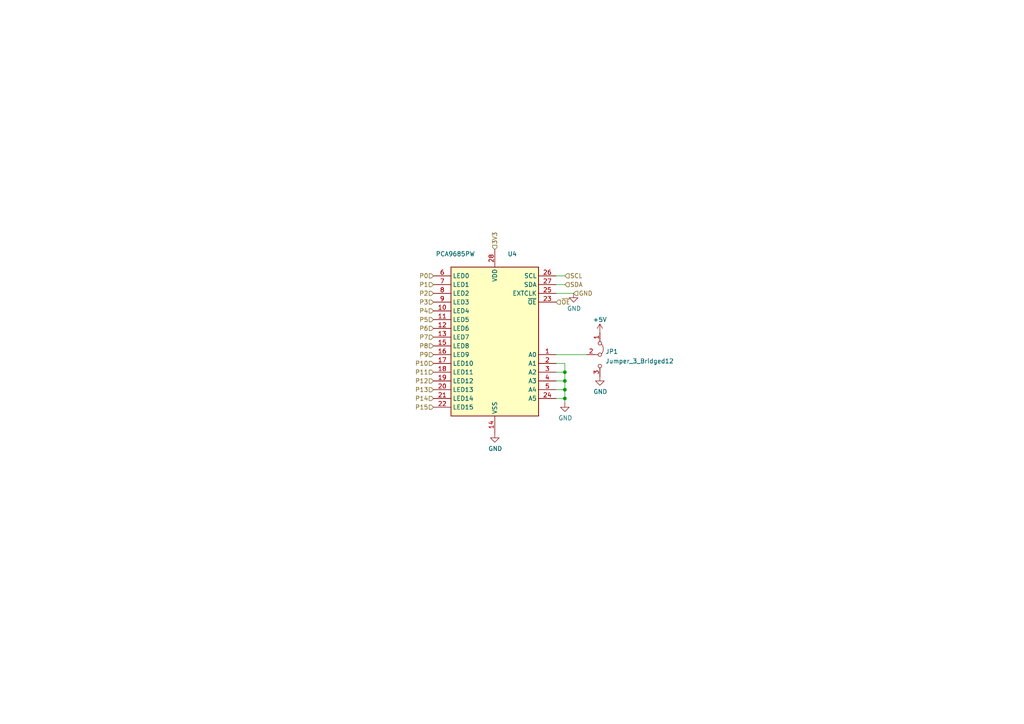
<source format=kicad_sch>
(kicad_sch (version 20211123) (generator eeschema)

  (uuid 1d1a7683-c090-4798-9b40-7ed0d9f3ce3b)

  (paper "A4")

  (lib_symbols
    (symbol "Driver_LED:PCA9685PW" (in_bom yes) (on_board yes)
      (property "Reference" "U" (id 0) (at -12.7 22.225 0)
        (effects (font (size 1.27 1.27)) (justify left))
      )
      (property "Value" "PCA9685PW" (id 1) (at 1.27 22.225 0)
        (effects (font (size 1.27 1.27)) (justify left))
      )
      (property "Footprint" "Package_SO:TSSOP-28_4.4x9.7mm_P0.65mm" (id 2) (at 0.635 -24.765 0)
        (effects (font (size 1.27 1.27)) (justify left) hide)
      )
      (property "Datasheet" "http://www.nxp.com/documents/data_sheet/PCA9685.pdf" (id 3) (at -10.16 17.78 0)
        (effects (font (size 1.27 1.27)) hide)
      )
      (property "ki_keywords" "PWM LED driver I2C TSSOP" (id 4) (at 0 0 0)
        (effects (font (size 1.27 1.27)) hide)
      )
      (property "ki_description" "16-channel 12-bit PWM Fm+ I2C-bus LED controller RGBA TSSOP" (id 5) (at 0 0 0)
        (effects (font (size 1.27 1.27)) hide)
      )
      (property "ki_fp_filters" "TSSOP*4.4x9.7mm*P0.65mm*" (id 6) (at 0 0 0)
        (effects (font (size 1.27 1.27)) hide)
      )
      (symbol "PCA9685PW_0_1"
        (rectangle (start -12.7 20.32) (end 12.7 -22.86)
          (stroke (width 0.254) (type default) (color 0 0 0 0))
          (fill (type background))
        )
      )
      (symbol "PCA9685PW_1_1"
        (pin input line (at -17.78 -5.08 0) (length 5.08)
          (name "A0" (effects (font (size 1.27 1.27))))
          (number "1" (effects (font (size 1.27 1.27))))
        )
        (pin output line (at 17.78 7.62 180) (length 5.08)
          (name "LED4" (effects (font (size 1.27 1.27))))
          (number "10" (effects (font (size 1.27 1.27))))
        )
        (pin output line (at 17.78 5.08 180) (length 5.08)
          (name "LED5" (effects (font (size 1.27 1.27))))
          (number "11" (effects (font (size 1.27 1.27))))
        )
        (pin output line (at 17.78 2.54 180) (length 5.08)
          (name "LED6" (effects (font (size 1.27 1.27))))
          (number "12" (effects (font (size 1.27 1.27))))
        )
        (pin output line (at 17.78 0 180) (length 5.08)
          (name "LED7" (effects (font (size 1.27 1.27))))
          (number "13" (effects (font (size 1.27 1.27))))
        )
        (pin power_in line (at 0 -27.94 90) (length 5.08)
          (name "VSS" (effects (font (size 1.27 1.27))))
          (number "14" (effects (font (size 1.27 1.27))))
        )
        (pin output line (at 17.78 -2.54 180) (length 5.08)
          (name "LED8" (effects (font (size 1.27 1.27))))
          (number "15" (effects (font (size 1.27 1.27))))
        )
        (pin output line (at 17.78 -5.08 180) (length 5.08)
          (name "LED9" (effects (font (size 1.27 1.27))))
          (number "16" (effects (font (size 1.27 1.27))))
        )
        (pin output line (at 17.78 -7.62 180) (length 5.08)
          (name "LED10" (effects (font (size 1.27 1.27))))
          (number "17" (effects (font (size 1.27 1.27))))
        )
        (pin output line (at 17.78 -10.16 180) (length 5.08)
          (name "LED11" (effects (font (size 1.27 1.27))))
          (number "18" (effects (font (size 1.27 1.27))))
        )
        (pin output line (at 17.78 -12.7 180) (length 5.08)
          (name "LED12" (effects (font (size 1.27 1.27))))
          (number "19" (effects (font (size 1.27 1.27))))
        )
        (pin input line (at -17.78 -7.62 0) (length 5.08)
          (name "A1" (effects (font (size 1.27 1.27))))
          (number "2" (effects (font (size 1.27 1.27))))
        )
        (pin output line (at 17.78 -15.24 180) (length 5.08)
          (name "LED13" (effects (font (size 1.27 1.27))))
          (number "20" (effects (font (size 1.27 1.27))))
        )
        (pin output line (at 17.78 -17.78 180) (length 5.08)
          (name "LED14" (effects (font (size 1.27 1.27))))
          (number "21" (effects (font (size 1.27 1.27))))
        )
        (pin output line (at 17.78 -20.32 180) (length 5.08)
          (name "LED15" (effects (font (size 1.27 1.27))))
          (number "22" (effects (font (size 1.27 1.27))))
        )
        (pin input line (at -17.78 10.16 0) (length 5.08)
          (name "~{OE}" (effects (font (size 1.27 1.27))))
          (number "23" (effects (font (size 1.27 1.27))))
        )
        (pin input line (at -17.78 -17.78 0) (length 5.08)
          (name "A5" (effects (font (size 1.27 1.27))))
          (number "24" (effects (font (size 1.27 1.27))))
        )
        (pin input line (at -17.78 12.7 0) (length 5.08)
          (name "EXTCLK" (effects (font (size 1.27 1.27))))
          (number "25" (effects (font (size 1.27 1.27))))
        )
        (pin input line (at -17.78 17.78 0) (length 5.08)
          (name "SCL" (effects (font (size 1.27 1.27))))
          (number "26" (effects (font (size 1.27 1.27))))
        )
        (pin bidirectional line (at -17.78 15.24 0) (length 5.08)
          (name "SDA" (effects (font (size 1.27 1.27))))
          (number "27" (effects (font (size 1.27 1.27))))
        )
        (pin power_in line (at 0 25.4 270) (length 5.08)
          (name "VDD" (effects (font (size 1.27 1.27))))
          (number "28" (effects (font (size 1.27 1.27))))
        )
        (pin input line (at -17.78 -10.16 0) (length 5.08)
          (name "A2" (effects (font (size 1.27 1.27))))
          (number "3" (effects (font (size 1.27 1.27))))
        )
        (pin input line (at -17.78 -12.7 0) (length 5.08)
          (name "A3" (effects (font (size 1.27 1.27))))
          (number "4" (effects (font (size 1.27 1.27))))
        )
        (pin input line (at -17.78 -15.24 0) (length 5.08)
          (name "A4" (effects (font (size 1.27 1.27))))
          (number "5" (effects (font (size 1.27 1.27))))
        )
        (pin output line (at 17.78 17.78 180) (length 5.08)
          (name "LED0" (effects (font (size 1.27 1.27))))
          (number "6" (effects (font (size 1.27 1.27))))
        )
        (pin output line (at 17.78 15.24 180) (length 5.08)
          (name "LED1" (effects (font (size 1.27 1.27))))
          (number "7" (effects (font (size 1.27 1.27))))
        )
        (pin output line (at 17.78 12.7 180) (length 5.08)
          (name "LED2" (effects (font (size 1.27 1.27))))
          (number "8" (effects (font (size 1.27 1.27))))
        )
        (pin output line (at 17.78 10.16 180) (length 5.08)
          (name "LED3" (effects (font (size 1.27 1.27))))
          (number "9" (effects (font (size 1.27 1.27))))
        )
      )
    )
    (symbol "Jumper:Jumper_3_Bridged12" (pin_names (offset 0) hide) (in_bom yes) (on_board yes)
      (property "Reference" "JP" (id 0) (at -2.54 -2.54 0)
        (effects (font (size 1.27 1.27)))
      )
      (property "Value" "Jumper_3_Bridged12" (id 1) (at 0 2.794 0)
        (effects (font (size 1.27 1.27)))
      )
      (property "Footprint" "" (id 2) (at 0 0 0)
        (effects (font (size 1.27 1.27)) hide)
      )
      (property "Datasheet" "~" (id 3) (at 0 0 0)
        (effects (font (size 1.27 1.27)) hide)
      )
      (property "ki_keywords" "Jumper SPDT" (id 4) (at 0 0 0)
        (effects (font (size 1.27 1.27)) hide)
      )
      (property "ki_description" "Jumper, 3-pole, pins 1+2 closed/bridged" (id 5) (at 0 0 0)
        (effects (font (size 1.27 1.27)) hide)
      )
      (property "ki_fp_filters" "Jumper* TestPoint*3Pads* TestPoint*Bridge*" (id 6) (at 0 0 0)
        (effects (font (size 1.27 1.27)) hide)
      )
      (symbol "Jumper_3_Bridged12_0_0"
        (circle (center -3.302 0) (radius 0.508)
          (stroke (width 0) (type default) (color 0 0 0 0))
          (fill (type none))
        )
        (circle (center 0 0) (radius 0.508)
          (stroke (width 0) (type default) (color 0 0 0 0))
          (fill (type none))
        )
        (circle (center 3.302 0) (radius 0.508)
          (stroke (width 0) (type default) (color 0 0 0 0))
          (fill (type none))
        )
      )
      (symbol "Jumper_3_Bridged12_0_1"
        (arc (start -0.254 0.508) (mid -1.651 0.9912) (end -3.048 0.508)
          (stroke (width 0) (type default) (color 0 0 0 0))
          (fill (type none))
        )
        (polyline
          (pts
            (xy 0 -1.27)
            (xy 0 -0.508)
          )
          (stroke (width 0) (type default) (color 0 0 0 0))
          (fill (type none))
        )
      )
      (symbol "Jumper_3_Bridged12_1_1"
        (pin passive line (at -6.35 0 0) (length 2.54)
          (name "A" (effects (font (size 1.27 1.27))))
          (number "1" (effects (font (size 1.27 1.27))))
        )
        (pin input line (at 0 -3.81 90) (length 2.54)
          (name "C" (effects (font (size 1.27 1.27))))
          (number "2" (effects (font (size 1.27 1.27))))
        )
        (pin passive line (at 6.35 0 180) (length 2.54)
          (name "B" (effects (font (size 1.27 1.27))))
          (number "3" (effects (font (size 1.27 1.27))))
        )
      )
    )
    (symbol "power:+5V" (power) (pin_names (offset 0)) (in_bom yes) (on_board yes)
      (property "Reference" "#PWR" (id 0) (at 0 -3.81 0)
        (effects (font (size 1.27 1.27)) hide)
      )
      (property "Value" "+5V" (id 1) (at 0 3.556 0)
        (effects (font (size 1.27 1.27)))
      )
      (property "Footprint" "" (id 2) (at 0 0 0)
        (effects (font (size 1.27 1.27)) hide)
      )
      (property "Datasheet" "" (id 3) (at 0 0 0)
        (effects (font (size 1.27 1.27)) hide)
      )
      (property "ki_keywords" "power-flag" (id 4) (at 0 0 0)
        (effects (font (size 1.27 1.27)) hide)
      )
      (property "ki_description" "Power symbol creates a global label with name \"+5V\"" (id 5) (at 0 0 0)
        (effects (font (size 1.27 1.27)) hide)
      )
      (symbol "+5V_0_1"
        (polyline
          (pts
            (xy -0.762 1.27)
            (xy 0 2.54)
          )
          (stroke (width 0) (type default) (color 0 0 0 0))
          (fill (type none))
        )
        (polyline
          (pts
            (xy 0 0)
            (xy 0 2.54)
          )
          (stroke (width 0) (type default) (color 0 0 0 0))
          (fill (type none))
        )
        (polyline
          (pts
            (xy 0 2.54)
            (xy 0.762 1.27)
          )
          (stroke (width 0) (type default) (color 0 0 0 0))
          (fill (type none))
        )
      )
      (symbol "+5V_1_1"
        (pin power_in line (at 0 0 90) (length 0) hide
          (name "+5V" (effects (font (size 1.27 1.27))))
          (number "1" (effects (font (size 1.27 1.27))))
        )
      )
    )
    (symbol "power:GND" (power) (pin_names (offset 0)) (in_bom yes) (on_board yes)
      (property "Reference" "#PWR" (id 0) (at 0 -6.35 0)
        (effects (font (size 1.27 1.27)) hide)
      )
      (property "Value" "GND" (id 1) (at 0 -3.81 0)
        (effects (font (size 1.27 1.27)))
      )
      (property "Footprint" "" (id 2) (at 0 0 0)
        (effects (font (size 1.27 1.27)) hide)
      )
      (property "Datasheet" "" (id 3) (at 0 0 0)
        (effects (font (size 1.27 1.27)) hide)
      )
      (property "ki_keywords" "power-flag" (id 4) (at 0 0 0)
        (effects (font (size 1.27 1.27)) hide)
      )
      (property "ki_description" "Power symbol creates a global label with name \"GND\" , ground" (id 5) (at 0 0 0)
        (effects (font (size 1.27 1.27)) hide)
      )
      (symbol "GND_0_1"
        (polyline
          (pts
            (xy 0 0)
            (xy 0 -1.27)
            (xy 1.27 -1.27)
            (xy 0 -2.54)
            (xy -1.27 -1.27)
            (xy 0 -1.27)
          )
          (stroke (width 0) (type default) (color 0 0 0 0))
          (fill (type none))
        )
      )
      (symbol "GND_1_1"
        (pin power_in line (at 0 0 270) (length 0) hide
          (name "GND" (effects (font (size 1.27 1.27))))
          (number "1" (effects (font (size 1.27 1.27))))
        )
      )
    )
  )


  (junction (at 163.83 110.49) (diameter 0) (color 0 0 0 0)
    (uuid 100847e3-630c-4c13-ba45-180e92370805)
  )
  (junction (at 163.83 113.03) (diameter 0) (color 0 0 0 0)
    (uuid 25625d99-d45f-4b2f-9e62-009a122611f4)
  )
  (junction (at 163.83 115.57) (diameter 0) (color 0 0 0 0)
    (uuid 44e77d57-d16f-4723-a95f-1ac45276c458)
  )
  (junction (at 163.83 107.95) (diameter 0) (color 0 0 0 0)
    (uuid 554a73e6-f4b4-4b8c-8d85-9b255ae01cce)
  )

  (wire (pts (xy 163.83 80.01) (xy 161.29 80.01))
    (stroke (width 0) (type default) (color 0 0 0 0))
    (uuid 278deae2-fb37-4957-b2cb-afac30cacb12)
  )
  (wire (pts (xy 161.29 102.87) (xy 170.18 102.87))
    (stroke (width 0) (type default) (color 0 0 0 0))
    (uuid 4c6a1dad-7acf-4a52-99b0-316025d1ab04)
  )
  (wire (pts (xy 163.83 113.03) (xy 163.83 115.57))
    (stroke (width 0) (type default) (color 0 0 0 0))
    (uuid 5626e5e1-59f4-4773-828e-16057ddc3518)
  )
  (wire (pts (xy 161.29 113.03) (xy 163.83 113.03))
    (stroke (width 0) (type default) (color 0 0 0 0))
    (uuid 7700fef1-de5b-4197-be2d-18385e1e18f9)
  )
  (wire (pts (xy 163.83 107.95) (xy 163.83 110.49))
    (stroke (width 0) (type default) (color 0 0 0 0))
    (uuid 9819e660-f98c-4596-b891-0a3712c9697e)
  )
  (wire (pts (xy 163.83 105.41) (xy 163.83 107.95))
    (stroke (width 0) (type default) (color 0 0 0 0))
    (uuid 9e70a954-998b-459a-8513-48ad91875106)
  )
  (wire (pts (xy 161.29 105.41) (xy 163.83 105.41))
    (stroke (width 0) (type default) (color 0 0 0 0))
    (uuid a43f2e19-4e11-4e86-a12a-58a691d6df28)
  )
  (wire (pts (xy 163.83 82.55) (xy 161.29 82.55))
    (stroke (width 0) (type default) (color 0 0 0 0))
    (uuid b4fbe1fb-a9a3-4020-9a82-d3fa1900cd85)
  )
  (wire (pts (xy 161.29 110.49) (xy 163.83 110.49))
    (stroke (width 0) (type default) (color 0 0 0 0))
    (uuid bcfbc157-43ce-49f7-bd18-6a9e2f2f30a3)
  )
  (wire (pts (xy 161.29 107.95) (xy 163.83 107.95))
    (stroke (width 0) (type default) (color 0 0 0 0))
    (uuid d23840a6-3c61-45ca-968a-bc57332fd7a4)
  )
  (wire (pts (xy 161.29 115.57) (xy 163.83 115.57))
    (stroke (width 0) (type default) (color 0 0 0 0))
    (uuid f2c43eeb-76da-49f4-b8e6-cd74ebb3190b)
  )
  (wire (pts (xy 163.83 115.57) (xy 163.83 116.84))
    (stroke (width 0) (type default) (color 0 0 0 0))
    (uuid f87a4771-a0a7-489f-9d85-4574dbea71cc)
  )
  (wire (pts (xy 163.83 110.49) (xy 163.83 113.03))
    (stroke (width 0) (type default) (color 0 0 0 0))
    (uuid f931f973-5615-451c-bb04-9a02aede6e6f)
  )
  (wire (pts (xy 161.29 85.09) (xy 166.37 85.09))
    (stroke (width 0) (type default) (color 0 0 0 0))
    (uuid fe9bdc33-eab1-4bdc-9603-57decb38d2a2)
  )

  (hierarchical_label "P11" (shape input) (at 125.73 107.95 180)
    (effects (font (size 1.27 1.27)) (justify right))
    (uuid 056788ec-4ecf-4826-b996-bd884a6442a0)
  )
  (hierarchical_label "~{OE}" (shape input) (at 161.29 87.63 0)
    (effects (font (size 1.27 1.27)) (justify left))
    (uuid 31070a40-077c-4123-96dd-e39f8a0007ce)
  )
  (hierarchical_label "P2" (shape input) (at 125.73 85.09 180)
    (effects (font (size 1.27 1.27)) (justify right))
    (uuid 3e011a46-81bd-4ecd-b93e-57dffb1143e5)
  )
  (hierarchical_label "P3" (shape input) (at 125.73 87.63 180)
    (effects (font (size 1.27 1.27)) (justify right))
    (uuid 4198eb99-d244-457e-8768-395280df1a66)
  )
  (hierarchical_label "P8" (shape input) (at 125.73 100.33 180)
    (effects (font (size 1.27 1.27)) (justify right))
    (uuid 4b042b6c-c042-4cf1-ba6e-bd77c51dbedb)
  )
  (hierarchical_label "P7" (shape input) (at 125.73 97.79 180)
    (effects (font (size 1.27 1.27)) (justify right))
    (uuid 53ae21b8-f187-4817-8c27-1f06278d249b)
  )
  (hierarchical_label "P5" (shape input) (at 125.73 92.71 180)
    (effects (font (size 1.27 1.27)) (justify right))
    (uuid 586ec748-563a-478a-82db-706fb951336a)
  )
  (hierarchical_label "P14" (shape input) (at 125.73 115.57 180)
    (effects (font (size 1.27 1.27)) (justify right))
    (uuid 792ace59-9f73-49b7-92df-01568ab2b00b)
  )
  (hierarchical_label "P6" (shape input) (at 125.73 95.25 180)
    (effects (font (size 1.27 1.27)) (justify right))
    (uuid 83d85a81-e014-4ee9-9433-a9a045c80893)
  )
  (hierarchical_label "3V3" (shape input) (at 143.51 72.39 90)
    (effects (font (size 1.27 1.27)) (justify left))
    (uuid 8fbab3d0-cb5e-47c7-8764-6fa3c0e4e5f7)
  )
  (hierarchical_label "P15" (shape input) (at 125.73 118.11 180)
    (effects (font (size 1.27 1.27)) (justify right))
    (uuid 900cb6c8-1d05-4537-a4f0-9a7cc1a2ea1c)
  )
  (hierarchical_label "P10" (shape input) (at 125.73 105.41 180)
    (effects (font (size 1.27 1.27)) (justify right))
    (uuid 90f2ca05-313f-4af8-87b1-a8109224a221)
  )
  (hierarchical_label "P13" (shape input) (at 125.73 113.03 180)
    (effects (font (size 1.27 1.27)) (justify right))
    (uuid 9e5fe65d-f158-4eb5-af93-2b5d0b9a0d55)
  )
  (hierarchical_label "P12" (shape input) (at 125.73 110.49 180)
    (effects (font (size 1.27 1.27)) (justify right))
    (uuid a86cc026-cc17-4a81-85bf-4c26f61b9f32)
  )
  (hierarchical_label "P0" (shape input) (at 125.73 80.01 180)
    (effects (font (size 1.27 1.27)) (justify right))
    (uuid b1240f00-ec43-4c0b-9a41-43264db8a893)
  )
  (hierarchical_label "SCL" (shape input) (at 163.83 80.01 0)
    (effects (font (size 1.27 1.27)) (justify left))
    (uuid b500fd76-a613-4f44-aac4-99213e86ff44)
  )
  (hierarchical_label "P1" (shape input) (at 125.73 82.55 180)
    (effects (font (size 1.27 1.27)) (justify right))
    (uuid b5d84bc0-4d9a-4d1d-a476-5c6b51309fca)
  )
  (hierarchical_label "SDA" (shape input) (at 163.83 82.55 0)
    (effects (font (size 1.27 1.27)) (justify left))
    (uuid bc05cdd5-f72f-4c21-b397-0fa889871114)
  )
  (hierarchical_label "P9" (shape input) (at 125.73 102.87 180)
    (effects (font (size 1.27 1.27)) (justify right))
    (uuid c0c62e93-8e84-4f2b-96ae-e90b55e0550a)
  )
  (hierarchical_label "P4" (shape input) (at 125.73 90.17 180)
    (effects (font (size 1.27 1.27)) (justify right))
    (uuid c1c05ce7-1c25-4382-b3b9-d3ec327783d4)
  )
  (hierarchical_label "GND" (shape input) (at 166.37 85.09 0)
    (effects (font (size 1.27 1.27)) (justify left))
    (uuid ce3f834f-337d-4957-8d02-e900d7024614)
  )

  (symbol (lib_id "power:GND") (at 166.37 85.09 0)
    (in_bom yes) (on_board yes)
    (uuid 00000000-0000-0000-0000-00006190f2c6)
    (property "Reference" "#PWR096" (id 0) (at 166.37 91.44 0)
      (effects (font (size 1.27 1.27)) hide)
    )
    (property "Value" "GND" (id 1) (at 166.497 89.4842 0))
    (property "Footprint" "" (id 2) (at 166.37 85.09 0)
      (effects (font (size 1.27 1.27)) hide)
    )
    (property "Datasheet" "" (id 3) (at 166.37 85.09 0)
      (effects (font (size 1.27 1.27)) hide)
    )
    (pin "1" (uuid 499ddd12-b834-47e8-a90d-0020d386d9a5))
  )

  (symbol (lib_id "Driver_LED:PCA9685PW") (at 143.51 97.79 0) (mirror y)
    (in_bom yes) (on_board yes)
    (uuid 00000000-0000-0000-0000-00006190f3e7)
    (property "Reference" "U4" (id 0) (at 148.59 73.66 0))
    (property "Value" "PCA9685PW" (id 1) (at 132.08 73.66 0))
    (property "Footprint" "Package_SO:TSSOP-28_4.4x9.7mm_P0.65mm" (id 2) (at 142.875 122.555 0)
      (effects (font (size 1.27 1.27)) (justify left) hide)
    )
    (property "Datasheet" "http://www.nxp.com/documents/data_sheet/PCA9685.pdf" (id 3) (at 153.67 80.01 0)
      (effects (font (size 1.27 1.27)) hide)
    )
    (pin "1" (uuid 07a69e4a-869b-484f-aaaa-50e614867267))
    (pin "10" (uuid 87bf3565-0e58-4492-afc2-abf6c2640264))
    (pin "11" (uuid 30f70446-f8fc-40ff-92fb-56eae08fade9))
    (pin "12" (uuid 7a1af7bf-c065-4afe-8781-335214643795))
    (pin "13" (uuid 2872653f-5587-4693-9820-5b924e45bdd1))
    (pin "14" (uuid 2cbeee39-ac6c-4f66-95b6-6ac627b430f6))
    (pin "15" (uuid 0d5f03cb-f0db-4046-8076-160700cbe411))
    (pin "16" (uuid db526cd6-efbd-4ff1-be0f-0a48e6dd23c8))
    (pin "17" (uuid 93718ab1-d540-4371-bdef-40721b39c1f7))
    (pin "18" (uuid a65e92e3-9fda-4f4f-9973-a96b09d461d2))
    (pin "19" (uuid 4fa17abf-f434-4cbd-9d75-da20e8fe6316))
    (pin "2" (uuid 10eb4f88-d524-4938-8b97-20ba7635f11a))
    (pin "20" (uuid 2e4063d4-9ee7-47a9-8591-5183abe7b50d))
    (pin "21" (uuid 93579848-3c8e-40db-a11f-27e2944f5ed1))
    (pin "22" (uuid 42e9ebd9-d764-452d-9ee1-66b81f6eec69))
    (pin "23" (uuid 0bafa49d-c8b6-4027-a3b2-3a64d3ab75ba))
    (pin "24" (uuid 443d84e4-2bd0-4ae5-a6e5-5c9093b0989b))
    (pin "25" (uuid 9a5585bc-b9a2-419c-b5e4-8e7eed41ac57))
    (pin "26" (uuid 43dce9d2-f701-4764-9853-5bb81454f74c))
    (pin "27" (uuid 719602d4-7a99-409f-9928-be2e82a92503))
    (pin "28" (uuid 7eebed3e-b075-4589-8b72-8ebc07c9edc3))
    (pin "3" (uuid f5cfcd68-d100-44f6-8cb8-9c6f876547e6))
    (pin "4" (uuid 4dc0972d-ad57-463b-8ba1-b0776695b8d0))
    (pin "5" (uuid aaa022bb-bd6d-4479-887e-1625445e6e8d))
    (pin "6" (uuid 23efd828-c3dd-4c72-bb3d-adc9ae35b986))
    (pin "7" (uuid 0a7bd530-308f-472e-a3a1-c6642f4cc8a9))
    (pin "8" (uuid 228af27e-af75-42e0-91a8-98a3616b945c))
    (pin "9" (uuid bc4f5fae-da94-4412-8649-32447c9ba5a4))
  )

  (symbol (lib_id "power:GND") (at 143.51 125.73 0)
    (in_bom yes) (on_board yes)
    (uuid 00000000-0000-0000-0000-00006190f3ed)
    (property "Reference" "#PWR094" (id 0) (at 143.51 132.08 0)
      (effects (font (size 1.27 1.27)) hide)
    )
    (property "Value" "GND" (id 1) (at 143.637 130.1242 0))
    (property "Footprint" "" (id 2) (at 143.51 125.73 0)
      (effects (font (size 1.27 1.27)) hide)
    )
    (property "Datasheet" "" (id 3) (at 143.51 125.73 0)
      (effects (font (size 1.27 1.27)) hide)
    )
    (pin "1" (uuid cd8768b4-73cf-4e79-87f2-350564a5dc0e))
  )

  (symbol (lib_id "power:GND") (at 163.83 116.84 0)
    (in_bom yes) (on_board yes)
    (uuid 00000000-0000-0000-0000-000061914464)
    (property "Reference" "#PWR095" (id 0) (at 163.83 123.19 0)
      (effects (font (size 1.27 1.27)) hide)
    )
    (property "Value" "GND" (id 1) (at 163.957 121.2342 0))
    (property "Footprint" "" (id 2) (at 163.83 116.84 0)
      (effects (font (size 1.27 1.27)) hide)
    )
    (property "Datasheet" "" (id 3) (at 163.83 116.84 0)
      (effects (font (size 1.27 1.27)) hide)
    )
    (pin "1" (uuid c167d8c0-1b54-44ab-9e2e-7deab141ab36))
  )

  (symbol (lib_id "power:+5V") (at 173.99 96.52 0) (unit 1)
    (in_bom yes) (on_board yes)
    (uuid 0dae93d9-f16c-45e6-955e-aac9d75f985f)
    (property "Reference" "#PWR09" (id 0) (at 173.99 100.33 0)
      (effects (font (size 1.27 1.27)) hide)
    )
    (property "Value" "+5V" (id 1) (at 173.99 92.71 0))
    (property "Footprint" "" (id 2) (at 173.99 96.52 0)
      (effects (font (size 1.27 1.27)) hide)
    )
    (property "Datasheet" "" (id 3) (at 173.99 96.52 0)
      (effects (font (size 1.27 1.27)) hide)
    )
    (pin "1" (uuid 26a5dc76-ff0b-44ff-bbf3-57dfe63a696c))
  )

  (symbol (lib_id "power:GND") (at 173.99 109.22 0) (unit 1)
    (in_bom yes) (on_board yes)
    (uuid 6281f947-e3ba-432a-b905-a5dadd62e4d5)
    (property "Reference" "#PWR020" (id 0) (at 173.99 115.57 0)
      (effects (font (size 1.27 1.27)) hide)
    )
    (property "Value" "GND" (id 1) (at 174.117 113.6142 0))
    (property "Footprint" "" (id 2) (at 173.99 109.22 0)
      (effects (font (size 1.27 1.27)) hide)
    )
    (property "Datasheet" "" (id 3) (at 173.99 109.22 0)
      (effects (font (size 1.27 1.27)) hide)
    )
    (pin "1" (uuid e382a90c-55aa-4d9f-82e6-56ab4f8616a4))
  )

  (symbol (lib_id "Jumper:Jumper_3_Bridged12") (at 173.99 102.87 270) (unit 1)
    (in_bom yes) (on_board yes) (fields_autoplaced)
    (uuid cdc75e86-26e9-43d7-a7a3-a47b5c8aba17)
    (property "Reference" "JP1" (id 0) (at 175.6162 101.9615 90)
      (effects (font (size 1.27 1.27)) (justify left))
    )
    (property "Value" "Jumper_3_Bridged12" (id 1) (at 175.6162 104.7366 90)
      (effects (font (size 1.27 1.27)) (justify left))
    )
    (property "Footprint" "Connector_PinHeader_2.54mm:PinHeader_1x03_P2.54mm_Vertical" (id 2) (at 173.99 102.87 0)
      (effects (font (size 1.27 1.27)) hide)
    )
    (property "Datasheet" "~" (id 3) (at 173.99 102.87 0)
      (effects (font (size 1.27 1.27)) hide)
    )
    (pin "1" (uuid 3094fada-071a-4afa-ab04-92195d9bf88f))
    (pin "2" (uuid da1d1260-ef40-47ef-94ff-d551df2641b2))
    (pin "3" (uuid ed23f887-f732-446e-916c-00a1f7eb44aa))
  )
)

</source>
